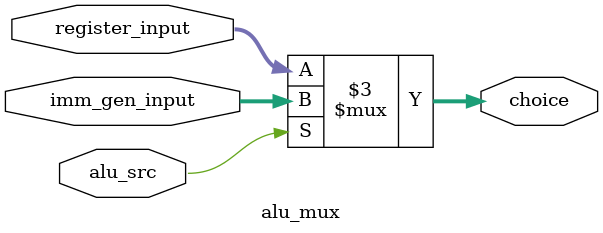
<source format=v>
module alu_mux (register_input,imm_gen_input,alu_src,choice);
    input [31:0] register_input, imm_gen_input;
    input alu_src;
    output reg [31:0] choice;

    always @(alu_src or register_input or imm_gen_input) begin
        if (alu_src)
            choice = imm_gen_input;
        else
            choice = register_input;
    end
endmodule
</source>
